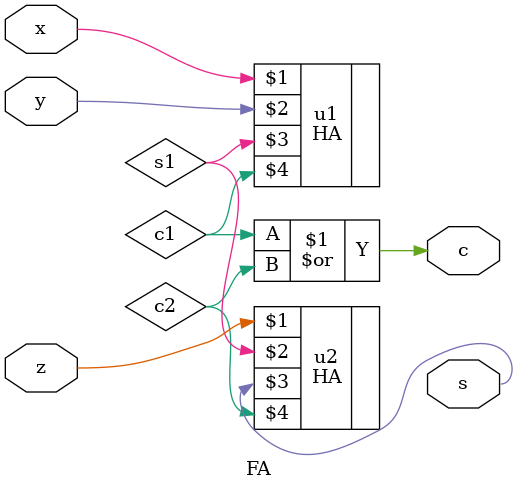
<source format=v>
`timescale 1ns / 1ps


module FA(x, y, z, s, c);

input x, y, z;
output c, s;

HA u1(x, y, s1, c1);
HA u2(z, s1, s, c2);

assign c = c1 | c2;


endmodule

</source>
